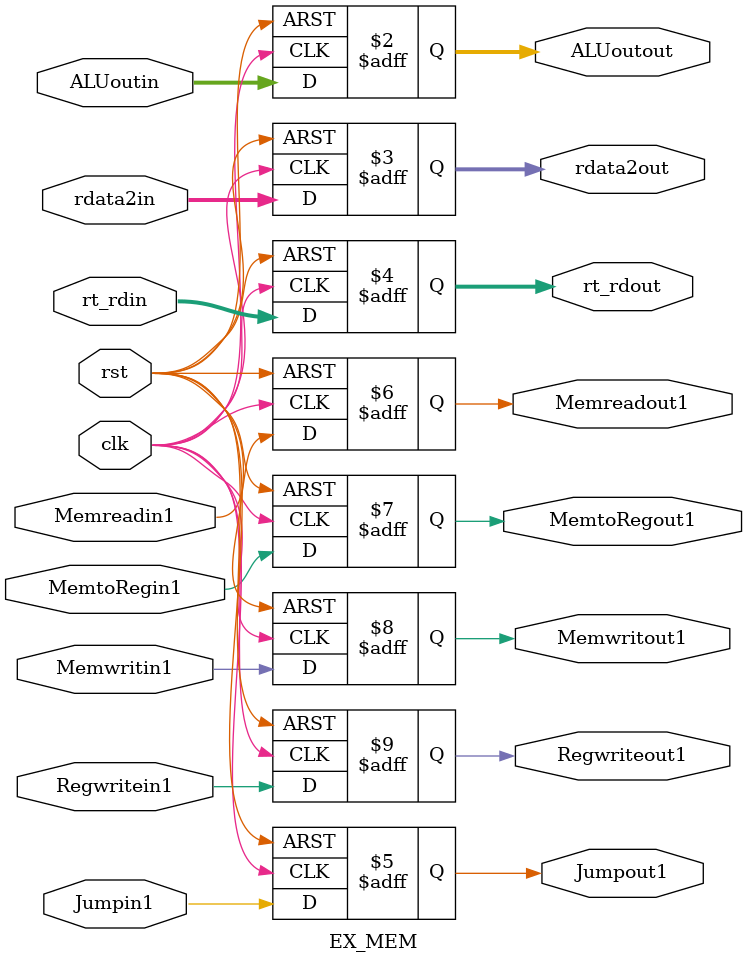
<source format=v>
module EX_MEM(
    input clk, 
    input [31:0] ALUoutin,
   
    input [31:0] rdata2in,
    input [4:0] rt_rdin,

    output reg [31:0] ALUoutout,
  
    output reg [31:0] rdata2out,
    output reg [4:0] rt_rdout,
 input rst,
 input Jumpin1, 
                       Memreadin1, MemtoRegin1, 
                           Memwritin1,  
            Regwritein1,

            output reg Jumpout1,
                        Memreadout1, MemtoRegout1, 
Memwritout1 ,
                             Regwriteout1

);



always @(posedge clk or posedge rst)
	 begin
	 if(rst)
	 begin
	    ALUoutout <= 32'd0;
    rdata2out <= 32'd0;
    rt_rdout <= 5'd0;
	
   Jumpout1<=1'd0;
                        Memreadout1<=1'd0; 
								MemtoRegout1<=1'd0; 
Memwritout1<=1'd0;
                             Regwriteout1<=1'd0;
	 end
	  else begin
    ALUoutout <= ALUoutin;
 
    rdata2out <= rdata2in;
    rt_rdout <= rt_rdin;
     Jumpout1<=Jumpin1; 
	  
	
	                        Memreadout1<=Memreadin1;
								MemtoRegout1<=MemtoRegin1; 
Memwritout1<=Memwritin1;
                             Regwriteout1<=Regwritein1;
end
end
endmodule

</source>
